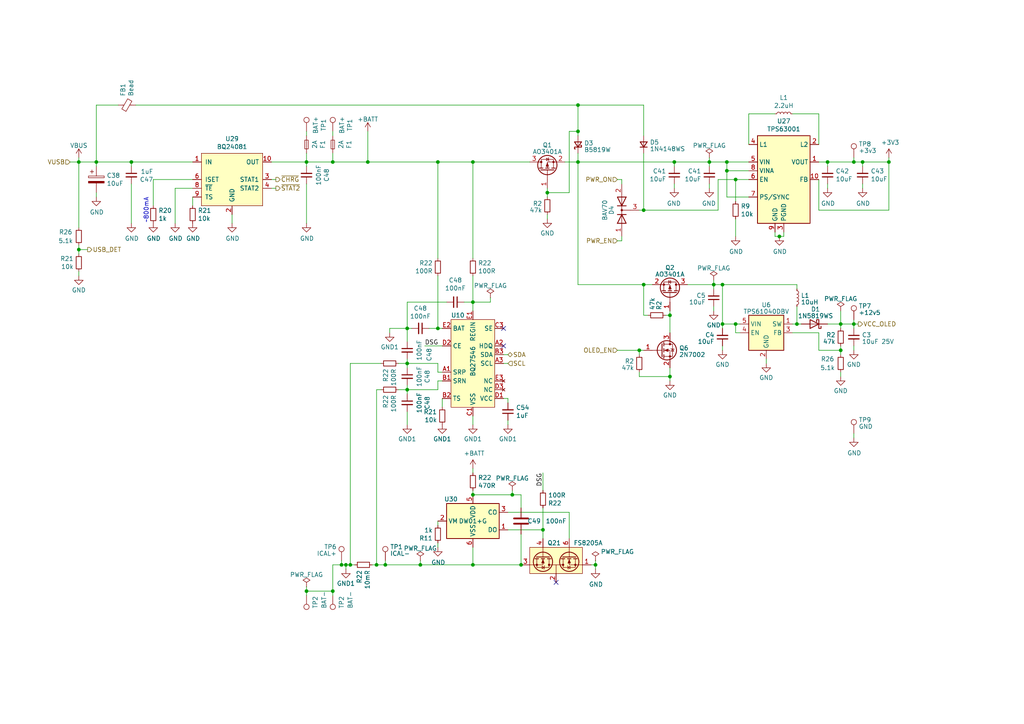
<source format=kicad_sch>
(kicad_sch (version 20230121) (generator eeschema)
  (paper "A4")
  (junction (at 148.59 143.51))
  (junction (at 101.6 163.83))
  (junction (at 137.16 87.63))
  (junction (at 106.68 46.99))
  (junction (at 99.06 163.83))
  (junction (at 100.33 163.83))
  (junction (at 167.64 30.48))
  (junction (at 151.13 163.83))
  (junction (at 195.58 46.99))
  (junction (at 88.9 46.99))
  (junction (at 207.01 82.55))
  (junction (at 157.48 153.67))
  (junction (at 250.19 46.99))
  (junction (at 194.31 109.22))
  (junction (at 88.9 171.45))
  (junction (at 194.31 91.44))
  (junction (at 247.65 46.99))
  (junction (at 118.11 113.03))
  (junction (at 167.64 46.99))
  (junction (at 210.82 46.99))
  (junction (at 209.55 82.55))
  (junction (at 226.06 68.58))
  (junction (at 137.16 163.83))
  (junction (at 257.81 46.99))
  (junction (at 118.11 95.25))
  (junction (at 247.65 93.98))
  (junction (at 210.82 49.53))
  (junction (at 172.72 163.83))
  (junction (at 38.1 46.99))
  (junction (at 243.84 93.98))
  (junction (at 121.92 163.83))
  (junction (at 109.22 163.83))
  (junction (at 186.69 82.55))
  (junction (at 213.36 52.07))
  (junction (at 27.94 46.99))
  (junction (at 127 46.99))
  (junction (at 240.03 46.99))
  (junction (at 137.16 143.51))
  (junction (at 213.36 93.98))
  (junction (at 111.76 163.83))
  (junction (at 205.74 46.99))
  (junction (at 231.14 93.98))
  (junction (at 22.86 72.39))
  (junction (at 22.86 46.99))
  (junction (at 167.64 38.1))
  (junction (at 209.55 93.98))
  (junction (at 186.69 60.96))
  (junction (at 158.75 55.88))
  (junction (at 96.52 171.45))
  (junction (at 137.16 46.99))
  (junction (at 185.42 101.6))
  (junction (at 243.84 101.6))
  (junction (at 127 95.25))
  (junction (at 96.52 46.99))
  (junction (at 118.11 105.41))
  (no_connect (at 146.05 100.33))
  (no_connect (at 146.05 95.25))
  (no_connect (at 161.29 168.91))
  (wire (pts (xy 158.75 54.61) (xy 158.75 55.88)))
  (wire (pts (xy 243.84 101.6) (xy 243.84 102.87)))
  (wire (pts (xy 250.19 54.61) (xy 250.19 53.34)))
  (wire (pts (xy 195.58 46.99) (xy 195.58 48.26)))
  (wire (pts (xy 247.65 92.71) (xy 247.65 93.98)))
  (wire (pts (xy 167.64 46.99) (xy 195.58 46.99)))
  (wire (pts (xy 257.81 60.96) (xy 257.81 46.99)))
  (wire (pts (xy 27.94 30.48) (xy 34.29 30.48)))
  (wire (pts (xy 27.94 46.99) (xy 38.1 46.99)))
  (wire (pts (xy 208.28 52.07) (xy 208.28 60.96)))
  (wire (pts (xy 118.11 95.25) (xy 113.03 95.25)))
  (wire (pts (xy 124.46 95.25) (xy 127 95.25)))
  (wire (pts (xy 217.17 33.02) (xy 217.17 41.91)))
  (wire (pts (xy 50.8 64.77) (xy 50.8 54.61)))
  (wire (pts (xy 210.82 49.53) (xy 210.82 57.15)))
  (wire (pts (xy 147.32 153.67) (xy 157.48 153.67)))
  (wire (pts (xy 207.01 82.55) (xy 209.55 82.55)))
  (wire (pts (xy 172.72 163.83) (xy 171.45 163.83)))
  (wire (pts (xy 22.86 45.72) (xy 22.86 46.99)))
  (wire (pts (xy 222.25 104.14) (xy 222.25 105.41)))
  (wire (pts (xy 88.9 64.77) (xy 88.9 53.34)))
  (wire (pts (xy 100.33 163.83) (xy 100.33 165.1)))
  (wire (pts (xy 96.52 44.45) (xy 96.52 46.99)))
  (wire (pts (xy 167.64 30.48) (xy 186.69 30.48)))
  (wire (pts (xy 247.65 45.72) (xy 247.65 46.99)))
  (wire (pts (xy 186.69 60.96) (xy 208.28 60.96)))
  (wire (pts (xy 247.65 93.98) (xy 248.92 93.98)))
  (wire (pts (xy 167.64 38.1) (xy 167.64 39.37)))
  (wire (pts (xy 179.07 101.6) (xy 185.42 101.6)))
  (wire (pts (xy 185.42 60.96) (xy 186.69 60.96)))
  (wire (pts (xy 127 46.99) (xy 127 74.93)))
  (wire (pts (xy 129.54 87.63) (xy 118.11 87.63)))
  (wire (pts (xy 237.49 96.52) (xy 229.87 96.52)))
  (wire (pts (xy 113.03 95.25) (xy 113.03 96.52)))
  (wire (pts (xy 167.64 46.99) (xy 167.64 44.45)))
  (wire (pts (xy 193.04 91.44) (xy 194.31 91.44)))
  (wire (pts (xy 237.49 52.07) (xy 237.49 60.96)))
  (wire (pts (xy 22.86 72.39) (xy 25.4 72.39)))
  (wire (pts (xy 194.31 91.44) (xy 194.31 90.17)))
  (wire (pts (xy 210.82 46.99) (xy 210.82 49.53)))
  (wire (pts (xy 227.33 68.58) (xy 226.06 68.58)))
  (wire (pts (xy 118.11 119.38) (xy 118.11 123.19)))
  (wire (pts (xy 147.32 123.19) (xy 147.32 121.92)))
  (wire (pts (xy 99.06 162.56) (xy 99.06 163.83)))
  (wire (pts (xy 101.6 105.41) (xy 110.49 105.41)))
  (wire (pts (xy 172.72 165.1) (xy 172.72 163.83)))
  (wire (pts (xy 158.75 55.88) (xy 158.75 57.15)))
  (wire (pts (xy 38.1 46.99) (xy 55.88 46.99)))
  (wire (pts (xy 137.16 143.51) (xy 148.59 143.51)))
  (wire (pts (xy 148.59 142.24) (xy 148.59 143.51)))
  (wire (pts (xy 115.57 105.41) (xy 118.11 105.41)))
  (wire (pts (xy 39.37 30.48) (xy 167.64 30.48)))
  (wire (pts (xy 195.58 46.99) (xy 205.74 46.99)))
  (wire (pts (xy 247.65 125.73) (xy 247.65 127)))
  (wire (pts (xy 127 110.49) (xy 128.27 110.49)))
  (wire (pts (xy 180.34 69.85) (xy 180.34 68.58)))
  (wire (pts (xy 165.1 148.59) (xy 165.1 156.21)))
  (wire (pts (xy 214.63 96.52) (xy 213.36 96.52)))
  (wire (pts (xy 96.52 38.1) (xy 96.52 39.37)))
  (wire (pts (xy 186.69 91.44) (xy 186.69 82.55)))
  (wire (pts (xy 127 113.03) (xy 127 110.49)))
  (wire (pts (xy 209.55 93.98) (xy 209.55 95.25)))
  (wire (pts (xy 187.96 91.44) (xy 186.69 91.44)))
  (wire (pts (xy 243.84 101.6) (xy 237.49 101.6)))
  (wire (pts (xy 151.13 143.51) (xy 151.13 147.32)))
  (wire (pts (xy 213.36 93.98) (xy 209.55 93.98)))
  (wire (pts (xy 208.28 52.07) (xy 213.36 52.07)))
  (wire (pts (xy 146.05 102.87) (xy 147.32 102.87)))
  (wire (pts (xy 257.81 45.72) (xy 257.81 46.99)))
  (wire (pts (xy 229.87 33.02) (xy 237.49 33.02)))
  (wire (pts (xy 186.69 82.55) (xy 189.23 82.55)))
  (wire (pts (xy 165.1 55.88) (xy 165.1 38.1)))
  (wire (pts (xy 247.65 93.98) (xy 247.65 95.25)))
  (wire (pts (xy 231.14 82.55) (xy 209.55 82.55)))
  (wire (pts (xy 127 157.48) (xy 127 158.75)))
  (wire (pts (xy 44.45 52.07) (xy 55.88 52.07)))
  (wire (pts (xy 210.82 46.99) (xy 217.17 46.99)))
  (wire (pts (xy 22.86 46.99) (xy 27.94 46.99)))
  (wire (pts (xy 240.03 93.98) (xy 243.84 93.98)))
  (wire (pts (xy 96.52 172.72) (xy 96.52 171.45)))
  (wire (pts (xy 172.72 162.56) (xy 172.72 163.83)))
  (wire (pts (xy 210.82 49.53) (xy 217.17 49.53)))
  (wire (pts (xy 88.9 46.99) (xy 96.52 46.99)))
  (wire (pts (xy 118.11 113.03) (xy 118.11 114.3)))
  (wire (pts (xy 237.49 33.02) (xy 237.49 41.91)))
  (wire (pts (xy 128.27 115.57) (xy 128.27 118.11)))
  (wire (pts (xy 123.19 100.33) (xy 128.27 100.33)))
  (wire (pts (xy 88.9 170.18) (xy 88.9 171.45)))
  (wire (pts (xy 237.49 46.99) (xy 240.03 46.99)))
  (wire (pts (xy 118.11 105.41) (xy 127 105.41)))
  (wire (pts (xy 146.05 115.57) (xy 147.32 115.57)))
  (wire (pts (xy 134.62 87.63) (xy 137.16 87.63)))
  (wire (pts (xy 158.75 55.88) (xy 165.1 55.88)))
  (wire (pts (xy 186.69 30.48) (xy 186.69 39.37)))
  (wire (pts (xy 121.92 162.56) (xy 121.92 163.83)))
  (wire (pts (xy 227.33 67.31) (xy 227.33 68.58)))
  (wire (pts (xy 210.82 57.15) (xy 217.17 57.15)))
  (wire (pts (xy 213.36 68.58) (xy 213.36 63.5)))
  (wire (pts (xy 148.59 143.51) (xy 151.13 143.51)))
  (wire (pts (xy 151.13 154.94) (xy 151.13 163.83)))
  (wire (pts (xy 185.42 101.6) (xy 185.42 102.87)))
  (wire (pts (xy 118.11 104.14) (xy 118.11 105.41)))
  (wire (pts (xy 240.03 48.26) (xy 240.03 46.99)))
  (wire (pts (xy 118.11 87.63) (xy 118.11 95.25)))
  (wire (pts (xy 205.74 46.99) (xy 205.74 48.26)))
  (wire (pts (xy 100.33 163.83) (xy 101.6 163.83)))
  (wire (pts (xy 88.9 171.45) (xy 96.52 171.45)))
  (wire (pts (xy 142.24 86.36) (xy 142.24 87.63)))
  (wire (pts (xy 78.74 54.61) (xy 80.01 54.61)))
  (wire (pts (xy 106.68 38.1) (xy 106.68 46.99)))
  (wire (pts (xy 207.01 88.9) (xy 207.01 90.17)))
  (wire (pts (xy 180.34 52.07) (xy 180.34 53.34)))
  (wire (pts (xy 243.84 93.98) (xy 247.65 93.98)))
  (wire (pts (xy 127 95.25) (xy 128.27 95.25)))
  (wire (pts (xy 99.06 163.83) (xy 100.33 163.83)))
  (wire (pts (xy 55.88 59.69) (xy 55.88 57.15)))
  (wire (pts (xy 207.01 81.28) (xy 207.01 82.55)))
  (wire (pts (xy 243.84 90.17) (xy 243.84 93.98)))
  (wire (pts (xy 111.76 162.56) (xy 111.76 163.83)))
  (wire (pts (xy 96.52 163.83) (xy 96.52 171.45)))
  (wire (pts (xy 22.86 71.12) (xy 22.86 72.39)))
  (wire (pts (xy 27.94 30.48) (xy 27.94 46.99)))
  (wire (pts (xy 179.07 52.07) (xy 180.34 52.07)))
  (wire (pts (xy 237.49 60.96) (xy 257.81 60.96)))
  (wire (pts (xy 243.84 107.95) (xy 243.84 109.22)))
  (wire (pts (xy 146.05 105.41) (xy 147.32 105.41)))
  (wire (pts (xy 101.6 105.41) (xy 101.6 163.83)))
  (wire (pts (xy 137.16 135.89) (xy 137.16 137.16)))
  (wire (pts (xy 137.16 163.83) (xy 137.16 158.75)))
  (wire (pts (xy 165.1 38.1) (xy 167.64 38.1)))
  (wire (pts (xy 151.13 163.83) (xy 137.16 163.83)))
  (wire (pts (xy 118.11 105.41) (xy 118.11 106.68)))
  (wire (pts (xy 127 107.95) (xy 127 105.41)))
  (wire (pts (xy 44.45 52.07) (xy 44.45 59.69)))
  (wire (pts (xy 158.75 62.23) (xy 158.75 63.5)))
  (wire (pts (xy 194.31 109.22) (xy 194.31 110.49)))
  (wire (pts (xy 96.52 46.99) (xy 106.68 46.99)))
  (wire (pts (xy 179.07 69.85) (xy 180.34 69.85)))
  (wire (pts (xy 209.55 82.55) (xy 209.55 93.98)))
  (wire (pts (xy 247.65 100.33) (xy 247.65 101.6)))
  (wire (pts (xy 257.81 46.99) (xy 250.19 46.99)))
  (wire (pts (xy 199.39 82.55) (xy 207.01 82.55)))
  (wire (pts (xy 121.92 163.83) (xy 137.16 163.83)))
  (wire (pts (xy 110.49 113.03) (xy 109.22 113.03)))
  (wire (pts (xy 88.9 44.45) (xy 88.9 46.99)))
  (wire (pts (xy 157.48 137.16) (xy 157.48 142.24)))
  (wire (pts (xy 38.1 48.26) (xy 38.1 46.99)))
  (wire (pts (xy 243.84 100.33) (xy 243.84 101.6)))
  (wire (pts (xy 109.22 163.83) (xy 111.76 163.83)))
  (wire (pts (xy 231.14 88.9) (xy 231.14 93.98)))
  (wire (pts (xy 237.49 101.6) (xy 237.49 96.52)))
  (wire (pts (xy 88.9 46.99) (xy 88.9 48.26)))
  (wire (pts (xy 185.42 101.6) (xy 186.69 101.6)))
  (wire (pts (xy 78.74 52.07) (xy 80.01 52.07)))
  (wire (pts (xy 20.32 46.99) (xy 22.86 46.99)))
  (wire (pts (xy 115.57 113.03) (xy 118.11 113.03)))
  (wire (pts (xy 22.86 72.39) (xy 22.86 73.66)))
  (wire (pts (xy 118.11 95.25) (xy 118.11 99.06)))
  (wire (pts (xy 27.94 46.99) (xy 27.94 48.26)))
  (wire (pts (xy 78.74 46.99) (xy 88.9 46.99)))
  (wire (pts (xy 186.69 44.45) (xy 186.69 60.96)))
  (wire (pts (xy 22.86 78.74) (xy 22.86 80.01)))
  (wire (pts (xy 194.31 109.22) (xy 185.42 109.22)))
  (wire (pts (xy 38.1 53.34) (xy 38.1 64.77)))
  (wire (pts (xy 157.48 153.67) (xy 157.48 156.21)))
  (wire (pts (xy 88.9 172.72) (xy 88.9 171.45)))
  (wire (pts (xy 127 80.01) (xy 127 95.25)))
  (wire (pts (xy 185.42 109.22) (xy 185.42 107.95)))
  (wire (pts (xy 111.76 163.83) (xy 121.92 163.83)))
  (wire (pts (xy 247.65 46.99) (xy 250.19 46.99)))
  (wire (pts (xy 163.83 46.99) (xy 167.64 46.99)))
  (wire (pts (xy 231.14 93.98) (xy 232.41 93.98)))
  (wire (pts (xy 224.79 67.31) (xy 224.79 68.58)))
  (wire (pts (xy 231.14 83.82) (xy 231.14 82.55)))
  (wire (pts (xy 118.11 95.25) (xy 119.38 95.25)))
  (wire (pts (xy 101.6 163.83) (xy 102.87 163.83)))
  (wire (pts (xy 137.16 120.65) (xy 137.16 123.19)))
  (wire (pts (xy 205.74 45.72) (xy 205.74 46.99)))
  (wire (pts (xy 88.9 38.1) (xy 88.9 39.37)))
  (wire (pts (xy 240.03 54.61) (xy 240.03 53.34)))
  (wire (pts (xy 194.31 91.44) (xy 194.31 96.52)))
  (wire (pts (xy 213.36 52.07) (xy 213.36 58.42)))
  (wire (pts (xy 137.16 142.24) (xy 137.16 143.51)))
  (wire (pts (xy 167.64 30.48) (xy 167.64 38.1)))
  (wire (pts (xy 147.32 115.57) (xy 147.32 116.84)))
  (wire (pts (xy 137.16 87.63) (xy 137.16 90.17)))
  (wire (pts (xy 127 151.13) (xy 127 152.4)))
  (wire (pts (xy 167.64 82.55) (xy 186.69 82.55)))
  (wire (pts (xy 118.11 113.03) (xy 127 113.03)))
  (wire (pts (xy 96.52 163.83) (xy 99.06 163.83)))
  (wire (pts (xy 147.32 148.59) (xy 165.1 148.59)))
  (wire (pts (xy 250.19 46.99) (xy 250.19 48.26)))
  (wire (pts (xy 224.79 68.58) (xy 226.06 68.58)))
  (wire (pts (xy 142.24 87.63) (xy 137.16 87.63)))
  (wire (pts (xy 106.68 46.99) (xy 127 46.99)))
  (wire (pts (xy 205.74 54.61) (xy 205.74 53.34)))
  (wire (pts (xy 137.16 46.99) (xy 137.16 74.93)))
  (wire (pts (xy 118.11 113.03) (xy 118.11 111.76)))
  (wire (pts (xy 137.16 80.01) (xy 137.16 87.63)))
  (wire (pts (xy 27.94 57.15) (xy 27.94 55.88)))
  (wire (pts (xy 213.36 93.98) (xy 214.63 93.98)))
  (wire (pts (xy 229.87 93.98) (xy 231.14 93.98)))
  (wire (pts (xy 195.58 54.61) (xy 195.58 53.34)))
  (wire (pts (xy 167.64 82.55) (xy 167.64 46.99)))
  (wire (pts (xy 194.31 106.68) (xy 194.31 109.22)))
  (wire (pts (xy 67.31 62.23) (xy 67.31 64.77)))
  (wire (pts (xy 137.16 46.99) (xy 153.67 46.99)))
  (wire (pts (xy 207.01 83.82) (xy 207.01 82.55)))
  (wire (pts (xy 240.03 46.99) (xy 247.65 46.99)))
  (wire (pts (xy 213.36 96.52) (xy 213.36 93.98)))
  (wire (pts (xy 109.22 113.03) (xy 109.22 163.83)))
  (wire (pts (xy 157.48 147.32) (xy 157.48 153.67)))
  (wire (pts (xy 22.86 46.99) (xy 22.86 66.04)))
  (wire (pts (xy 109.22 163.83) (xy 107.95 163.83)))
  (wire (pts (xy 128.27 107.95) (xy 127 107.95)))
  (wire (pts (xy 205.74 46.99) (xy 210.82 46.99)))
  (wire (pts (xy 127 46.99) (xy 137.16 46.99)))
  (wire (pts (xy 224.79 33.02) (xy 217.17 33.02)))
  (wire (pts (xy 209.55 100.33) (xy 209.55 101.6)))
  (wire (pts (xy 213.36 52.07) (xy 217.17 52.07)))
  (wire (pts (xy 50.8 54.61) (xy 55.88 54.61)))
  (wire (pts (xy 243.84 93.98) (xy 243.84 95.25)))
  (text "~800mA" (at 43.18 64.77 90) (effects (font (size 1.27 1.27)) (justify left bottom)))
  (label "DSG" (at 157.48 137.16 270))
  (label "DSG" (at 123.19 100.33 0))
  (hierarchical_label "USB_DET" (shape output) (at 25.4 72.39 0))
  (hierarchical_label "~{CHRG}" (shape output) (at 80.01 52.07 0))
  (hierarchical_label "SCL" (shape input) (at 147.32 105.41 0))
  (hierarchical_label "VUSB" (shape input) (at 20.32 46.99 180))
  (hierarchical_label "VCC_OLED" (shape output) (at 248.92 93.98 0))
  (hierarchical_label "PWR_EN" (shape input) (at 179.07 69.85 180))
  (hierarchical_label "PWR_ON" (shape input) (at 179.07 52.07 180))
  (hierarchical_label "OLED_EN" (shape input) (at 179.07 101.6 180))
  (hierarchical_label "~{STAT2}" (shape output) (at 80.01 54.61 0))
  (hierarchical_label "SDA" (shape bidirectional) (at 147.32 102.87 0))
  (symbol (lib_id "Transistor_FET:AO3401A") (at 158.75 49.53 90) (unit 1)
    (property "Reference" "Q1" (at 158.75 42.0751 90))
    (property "Value" "AO3401A" (at 158.75 43.9961 90))
    (property "Footprint" "Package_TO_SOT_SMD:SOT-23" (effects hide))
    (property "Datasheet" "http://www.aosmd.com/pdfs/datasheet/AO3401A.pdf" (effects hide))
    (property "LCSC" "C15127" (effects hide))
  )
  (symbol (lib_id "Transistor_FET_Dual:FS8205") (at 161.29 163.83 180) (unit 1)
    (property "Reference" "Q21" (at 158.75 157.48 0) (effects (justify right)))
    (property "Value" "FS8205A" (at 166.37 157.48 0) (effects (justify right)))
    (property "Footprint" "Package_TO_SOT_SMD:SOT-23-6" (effects hide))
    (property "Datasheet" "https://datasheet.lcsc.com/szlcsc/Fortune-Semicon-FS8205_C32254.pdf" (effects hide))
    (property "LCSC" "C2830320" (effects hide))
    (instances (project "rgb-led-nametag-48x16" (path "" (reference "Q21") (unit 1))) (project "oled-nametag" (path "" (reference "Q3") (unit 1))))
  )
  (symbol (lib_id "Device:R_Small") (at 190.5 91.44 270) (unit 1)
    (property "Reference" "R2" (at 191.1437 89.9414 0) (effects (justify right)))
    (property "Value" "47k" (at 189.2227 89.9414 0) (effects (justify right)))
    (property "Footprint" "Resistor_SMD:R_0402_1005Metric" (effects hide))
    (property "LCSC" "C25792" (effects hide))
    (instances (project "oled-nametag" (path "" (reference "R2") (unit 1)) (path "" (reference "R4") (unit 1)) (path "" (reference "R11") (unit 1))))
  )
  (symbol (lib_id "Device:C_Polarized") (at 27.94 52.07 0) (unit 1)
    (property "Reference" "C38" (at 30.9372 50.9016 0) (effects (justify left)))
    (property "Value" "10uF" (at 30.9372 53.213 0) (effects (justify left)))
    (property "Footprint" "Capacitor_Tantalum_SMD:CP_EIA-3216-10_Kemet-I" (effects hide))
    (property "LCSC" "C7171" (effects hide))
    (instances (project "rgb-led-nametag-48x16" (path "" (reference "C38") (unit 1))) (project "oled-nametag" (path "" (reference "C33") (unit 1))))
  )
  (symbol (lib_id "Device:R_Small") (at 243.84 97.79 0) (unit 1)
    (property "Reference" "R2" (at 242.3414 97.1463 0) (effects (justify right)))
    (property "Value" "47k" (at 242.3414 99.0673 0) (effects (justify right)))
    (property "Footprint" "Resistor_SMD:R_0402_1005Metric" (effects hide))
    (property "LCSC" "C25792" (effects hide))
    (instances (project "oled-nametag" (path "" (reference "R2") (unit 1)) (path "" (reference "R4") (unit 1)) (path "" (reference "R4") (unit 1))))
  )
  (symbol (lib_id "Connector:TestPoint") (at 247.65 92.71 0) (unit 1) (in_bom no)
    (property "Reference" "TP7" (at 249.047 88.7643 0) (effects (justify left)))
    (property "Value" "+12v5" (at 249.047 90.6853 0) (effects (justify left)))
    (property "Footprint" "TestPoint:TestPoint_Pad_1.0x1.0mm" (effects hide))
  )
  (symbol (lib_id "Device:D_Schottky_Small") (at 167.64 41.91 90) (unit 1)
    (property "Reference" "D3" (at 169.418 41.5203 90) (effects (justify right)))
    (property "Value" "B5819W" (at 169.418 43.4413 90) (effects (justify right)))
    (property "Footprint" "Diode_SMD:D_SOD-123" (effects hide))
    (property "LCSC" "C8598" (effects hide))
  )
  (symbol (lib_id "Device:R_Small") (at 243.84 105.41 0) (mirror x) (unit 1)
    (property "Reference" "R26" (at 240.03 104.14 0))
    (property "Value" "5.1k" (at 240.03 106.68 0))
    (property "Footprint" "Resistor_SMD:R_0402_1005Metric" (effects hide))
    (property "LCSC" "C25905" (effects hide))
    (instances (project "rgb-led-nametag-48x16" (path "" (reference "R26") (unit 1))) (project "oled-nametag" (path "" (reference "R3") (unit 1)) (path "" (reference "R5") (unit 1)) (path "" (reference "R5") (unit 1))))
  )
  (symbol (lib_id "power:GND") (at 195.58 54.61 0) (mirror y) (unit 1)
    (property "Reference" "#PWR0188" (effects hide))
    (property "Value" "GND" (at 195.453 59.0042 0))
    (instances (project "rgb-led-nametag-48x16" (path "" (reference "#PWR0188") (unit 1))) (project "oled-nametag" (path "" (reference "#PWR079") (unit 1))))
  )
  (symbol (lib_id "power:GND1") (at 128.27 123.19 0) (unit 1)
    (property "Reference" "#PWR035" (effects hide))
    (property "Value" "GND1" (at 128.27 127.3255 0))
  )
  (symbol (lib_id "power:VBUS") (at 22.86 45.72 0) (unit 1)
    (property "Reference" "#PWR076" (effects hide))
    (property "Value" "VBUS" (at 22.86 42.2181 0))
  )
  (symbol (lib_id "power:GND1") (at 113.03 96.52 0) (unit 1)
    (property "Reference" "#PWR062" (effects hide))
    (property "Value" "GND1" (at 113.03 100.6555 0))
  )
  (symbol (lib_id "power:GND1") (at 137.16 123.19 0) (unit 1)
    (property "Reference" "#PWR045" (effects hide))
    (property "Value" "GND1" (at 137.16 127.3255 0))
  )
  (symbol (lib_id "Device:R_Small") (at 105.41 163.83 90) (mirror x) (unit 1)
    (property "Reference" "R22" (at 104.2416 165.3286 0) (effects (justify left)))
    (property "Value" "10mR" (at 106.553 165.3286 0) (effects (justify left)))
    (property "Footprint" "Resistor_SMD:R_0805_2012Metric" (effects hide))
    (property "LCSC" "C5185583" (effects hide))
    (instances (project "rgb-led-nametag-48x16" (path "" (reference "R22") (unit 1))) (project "oled-nametag" (path "" (reference "R26") (unit 1))))
  )
  (symbol (lib_id "Device:C_Small") (at 195.58 50.8 0) (mirror x) (unit 1)
    (property "Reference" "C41" (at 193.2432 49.6316 0) (effects (justify right)))
    (property "Value" "10uF" (at 193.2432 51.943 0) (effects (justify right)))
    (property "Footprint" "Capacitor_SMD:C_0402_1005Metric" (effects hide))
    (property "LCSC" "C15525" (effects hide))
    (instances (project "rgb-led-nametag-48x16" (path "" (reference "C41") (unit 1))) (project "oled-nametag" (path "" (reference "C32") (unit 1))))
  )
  (symbol (lib_id "power:GND") (at 250.19 54.61 0) (unit 1)
    (property "Reference" "#PWR0191" (effects hide))
    (property "Value" "GND" (at 250.317 59.0042 0))
    (instances (project "rgb-led-nametag-48x16" (path "" (reference "#PWR0191") (unit 1))) (project "oled-nametag" (path "" (reference "#PWR064") (unit 1))))
  )
  (symbol (lib_id "Transistor_FET:AO3401A") (at 194.31 85.09 270) (mirror x) (unit 1)
    (property "Reference" "Q2" (at 194.31 77.6351 90))
    (property "Value" "AO3401A" (at 194.31 79.5561 90))
    (property "Footprint" "Package_TO_SOT_SMD:SOT-23" (effects hide))
    (property "Datasheet" "http://www.aosmd.com/pdfs/datasheet/AO3401A.pdf" (effects hide))
    (property "LCSC" "C15127" (effects hide))
  )
  (symbol (lib_id "power:+BATT") (at 137.16 135.89 0) (unit 1)
    (property "Reference" "#PWR0213" (effects hide))
    (property "Value" "+BATT" (at 137.541 131.4958 0))
    (instances (project "rgb-led-nametag-48x16" (path "" (reference "#PWR0213") (unit 1))) (project "oled-nametag" (path "" (reference "#PWR048") (unit 1))))
  )
  (symbol (lib_id "Device:R_Small") (at 22.86 76.2 0) (unit 1)
    (property "Reference" "R21" (at 21.3614 75.0316 0) (effects (justify right)))
    (property "Value" "10k" (at 21.3614 77.343 0) (effects (justify right)))
    (property "Footprint" "Resistor_SMD:R_0402_1005Metric" (effects hide))
    (property "LCSC" "C25744" (effects hide))
    (instances (project "rgb-led-nametag-48x16" (path "" (reference "R21") (unit 1))) (project "oled-nametag" (path "" (reference "R30") (unit 1))))
  )
  (symbol (lib_id "Device:R_Small") (at 137.16 77.47 0) (unit 1)
    (property "Reference" "R22" (at 138.6586 76.3016 0) (effects (justify left)))
    (property "Value" "100R" (at 138.6586 78.613 0) (effects (justify left)))
    (property "Footprint" "Resistor_SMD:R_0402_1005Metric" (effects hide))
    (property "LCSC" "C25076" (effects hide))
  )
  (symbol (lib_id "power:PWR_FLAG") (at 205.74 45.72 0) (unit 1)
    (property "Reference" "#FLG05" (effects hide))
    (property "Value" "PWR_FLAG" (at 205.74 42.2181 0))
  )
  (symbol (lib_id "Device:C_Small") (at 209.55 97.79 0) (mirror x) (unit 1)
    (property "Reference" "C4" (at 207.2259 97.1399 0) (effects (justify right)))
    (property "Value" "10uF" (at 207.2259 99.0609 0) (effects (justify right)))
    (property "Footprint" "Capacitor_SMD:C_0402_1005Metric" (effects hide))
    (property "LCSC" "C15525" (effects hide))
    (instances (project "oled-nametag" (path "" (reference "C4") (unit 1)) (path "" (reference "C5") (unit 1)) (path "" (reference "C5") (unit 1))))
  )
  (symbol (lib_id "Regulator_Switching:TPS63001") (at 227.33 52.07 0) (unit 1)
    (property "Reference" "U27" (at 227.33 35.1282 0))
    (property "Value" "TPS63001" (at 227.33 37.4396 0))
    (property "Footprint" "Package_Texas:Texas_DRC0010J_ThermalVias.3" (effects hide))
    (property "Datasheet" "http://www.ti.com/lit/ds/symlink/tps63000.pdf" (effects hide))
    (property "LCSC" "C28060" (effects hide))
    (instances (project "rgb-led-nametag-48x16" (path "" (reference "U27") (unit 1))) (project "oled-nametag" (path "" (reference "U11") (unit 1))))
  )
  (symbol (lib_id "power:GND") (at 158.75 63.5 0) (unit 1)
    (property "Reference" "#PWR072" (effects hide))
    (property "Value" "GND" (at 158.75 67.6355 0))
  )
  (symbol (lib_id "Device:C_Small") (at 205.74 50.8 0) (mirror x) (unit 1)
    (property "Reference" "C41" (at 203.4032 49.6316 0) (effects (justify right)))
    (property "Value" "10uF" (at 203.4032 51.943 0) (effects (justify right)))
    (property "Footprint" "Capacitor_SMD:C_0402_1005Metric" (effects hide))
    (property "LCSC" "C15525" (effects hide))
    (instances (project "rgb-led-nametag-48x16" (path "" (reference "C41") (unit 1))) (project "oled-nametag" (path "" (reference "C28") (unit 1))))
  )
  (symbol (lib_id "Device:R_Small") (at 113.03 113.03 90) (mirror x) (unit 1)
    (property "Reference" "R22" (at 111.8616 114.5286 0) (effects (justify left)))
    (property "Value" "100R" (at 114.173 114.5286 0) (effects (justify left)))
    (property "Footprint" "Resistor_SMD:R_0402_1005Metric" (effects hide))
    (property "LCSC" "C25076" (effects hide))
    (instances (project "rgb-led-nametag-48x16" (path "" (reference "R22") (unit 1))) (project "oled-nametag" (path "" (reference "R24") (unit 1))))
  )
  (symbol (lib_id "Device:R_Small") (at 137.16 139.7 0) (unit 1)
    (property "Reference" "R22" (at 138.6586 138.5316 0) (effects (justify left)))
    (property "Value" "470R" (at 138.6586 140.843 0) (effects (justify left)))
    (property "Footprint" "Resistor_SMD:R_0402_1005Metric" (effects hide))
    (property "LCSC" "C25117" (effects hide))
    (instances (project "rgb-led-nametag-48x16" (path "" (reference "R22") (unit 1))) (project "oled-nametag" (path "" (reference "R13") (unit 1))))
  )
  (symbol (lib_id "Device:D_Small") (at 186.69 41.91 90) (unit 1)
    (property "Reference" "D5" (at 188.468 41.2663 90) (effects (justify right)))
    (property "Value" "1N4148WS" (at 188.468 43.1873 90) (effects (justify right)))
    (property "Footprint" "Diode_SMD:D_SOD-323" (effects hide))
    (property "LCSC" "C2128" (effects hide))
    (property "Sim.Device" "D" (effects hide))
    (property "Sim.Pins" "1=K 2=A" (effects hide))
  )
  (symbol (lib_id "Device:C_Small") (at 132.08 87.63 270) (unit 1)
    (property "Reference" "C48" (at 132.08 81.28 90))
    (property "Value" "100nF" (at 132.08 83.5914 90))
    (property "Footprint" "Capacitor_SMD:C_0402_1005Metric" (effects hide))
    (property "LCSC" "C1525" (effects hide))
    (instances (project "rgb-led-nametag-48x16" (path "" (reference "C48") (unit 1))) (project "oled-nametag" (path "" (reference "C34") (unit 1))))
  )
  (symbol (lib_id "power:+BATT") (at 106.68 38.1 0) (unit 1)
    (property "Reference" "#PWR051" (effects hide))
    (property "Value" "+BATT" (at 106.68 34.5981 0))
  )
  (symbol (lib_id "Diode:BAV70") (at 180.34 60.96 90) (unit 1)
    (property "Reference" "D4" (at 177.3475 60.96 0))
    (property "Value" "BAV70" (at 175.4265 60.96 0))
    (property "Footprint" "Package_TO_SOT_SMD:SOT-23" (effects hide))
    (property "Datasheet" "https://assets.nexperia.com/documents/data-sheet/BAV70_SER.pdf" (effects hide))
    (property "LCSC" "C68978" (effects hide))
  )
  (symbol (lib_id "power:PWR_FLAG") (at 207.01 81.28 0) (unit 1)
    (property "Reference" "#FLG04" (effects hide))
    (property "Value" "PWR_FLAG" (at 207.01 77.7781 0))
  )
  (symbol (lib_id "Device:C_Small") (at 118.11 109.22 0) (mirror y) (unit 1)
    (property "Reference" "C48" (at 123.9266 109.22 90))
    (property "Value" "100nF" (at 121.6152 109.22 90))
    (property "Footprint" "Capacitor_SMD:C_0402_1005Metric" (effects hide))
    (property "LCSC" "C1525" (effects hide))
    (instances (project "rgb-led-nametag-48x16" (path "" (reference "C48") (unit 1))) (project "oled-nametag" (path "" (reference "C36") (unit 1))))
  )
  (symbol (lib_id "Device:C_Small") (at 118.11 101.6 0) (mirror y) (unit 1)
    (property "Reference" "C48" (at 124.46 102.87 90))
    (property "Value" "100nF" (at 121.6152 101.6 90))
    (property "Footprint" "Capacitor_SMD:C_0402_1005Metric" (effects hide))
    (property "LCSC" "C1525" (effects hide))
    (instances (project "rgb-led-nametag-48x16" (path "" (reference "C48") (unit 1))) (project "oled-nametag" (path "" (reference "C37") (unit 1))))
  )
  (symbol (lib_id "power:PWR_FLAG") (at 148.59 142.24 0) (unit 1)
    (property "Reference" "#FLG08" (effects hide))
    (property "Value" "PWR_FLAG" (at 148.59 138.7381 0))
  )
  (symbol (lib_id "Device:C_Small") (at 207.01 86.36 0) (mirror x) (unit 1)
    (property "Reference" "C5" (at 204.6859 85.7099 0) (effects (justify right)))
    (property "Value" "10uF" (at 204.6859 87.6309 0) (effects (justify right)))
    (property "Footprint" "Capacitor_SMD:C_0402_1005Metric" (effects hide))
    (property "LCSC" "C15525" (effects hide))
    (instances (project "oled-nametag" (path "" (reference "C5") (unit 1)) (path "" (reference "C4") (unit 1)) (path "" (reference "C4") (unit 1))))
  )
  (symbol (lib_id "Device:C_Small") (at 121.92 95.25 270) (unit 1)
    (property "Reference" "C48" (at 121.92 89.4334 90))
    (property "Value" "100nF" (at 121.92 91.7448 90))
    (property "Footprint" "Capacitor_SMD:C_0402_1005Metric" (effects hide))
    (property "LCSC" "C1525" (effects hide))
    (instances (project "rgb-led-nametag-48x16" (path "" (reference "C48") (unit 1))) (project "oled-nametag" (path "" (reference "C35") (unit 1))))
  )
  (symbol (lib_id "power:GND1") (at 118.11 123.19 0) (unit 1)
    (property "Reference" "#PWR068" (effects hide))
    (property "Value" "GND1" (at 118.11 127.3255 0))
  )
  (symbol (lib_id "power:GND") (at 172.72 165.1 0) (unit 1)
    (property "Reference" "#PWR0214" (effects hide))
    (property "Value" "GND" (at 172.847 169.4942 0))
    (instances (project "rgb-led-nametag-48x16" (path "" (reference "#PWR0214") (unit 1))) (project "oled-nametag" (path "" (reference "#PWR054") (unit 1))))
  )
  (symbol (lib_id "power:GND") (at 205.74 54.61 0) (mirror y) (unit 1)
    (property "Reference" "#PWR0188" (effects hide))
    (property "Value" "GND" (at 205.613 59.0042 0))
    (instances (project "rgb-led-nametag-48x16" (path "" (reference "#PWR0188") (unit 1))) (project "oled-nametag" (path "" (reference "#PWR058") (unit 1))))
  )
  (symbol (lib_id "power:GND") (at 247.65 127 0) (unit 1)
    (property "Reference" "#PWR0191" (effects hide))
    (property "Value" "GND" (at 247.777 131.3942 0))
    (instances (project "rgb-led-nametag-48x16" (path "" (reference "#PWR0191") (unit 1))) (project "oled-nametag" (path "" (reference "#PWR084") (unit 1))))
  )
  (symbol (lib_id "power:GND") (at 44.45 64.77 0) (unit 1)
    (property "Reference" "#PWR0211" (effects hide))
    (property "Value" "GND" (at 44.577 69.1642 0))
    (instances (project "rgb-led-nametag-48x16" (path "" (reference "#PWR0211") (unit 1))) (project "oled-nametag" (path "" (reference "#PWR049") (unit 1))))
  )
  (symbol (lib_id "power:GND") (at 67.31 64.77 0) (unit 1)
    (property "Reference" "#PWR0206" (effects hide))
    (property "Value" "GND" (at 67.437 69.1642 0))
    (instances (project "rgb-led-nametag-48x16" (path "" (reference "#PWR0206") (unit 1))) (project "oled-nametag" (path "" (reference "#PWR052") (unit 1))))
  )
  (symbol (lib_id "Device:Fuse_Small") (at 88.9 41.91 270) (unit 1)
    (property "Reference" "F1" (at 93.599 41.91 0))
    (property "Value" "2A" (at 91.2876 41.91 0))
    (property "Footprint" "Resistor_SMD:R_0603_1608Metric" (effects hide))
    (property "Datasheet" "https://datasheet.lcsc.com/lcsc/1810241824_AEM-F0603FA2000V032T_C96542.pdf" (effects hide))
    (property "LCSC" "C96542" (effects hide))
    (instances (project "rgb-led-nametag-48x16" (path "" (reference "F1") (unit 1))) (project "oled-nametag" (path "" (reference "F2") (unit 1))))
  )
  (symbol (lib_id "power:PWR_FLAG") (at 121.92 162.56 0) (unit 1)
    (property "Reference" "#FLG07" (effects hide))
    (property "Value" "PWR_FLAG" (at 121.92 159.0581 0))
  )
  (symbol (lib_id "Device:R_Small") (at 158.75 59.69 0) (unit 1)
    (property "Reference" "R2" (at 157.2514 59.0463 0) (effects (justify right)))
    (property "Value" "47k" (at 157.2514 60.9673 0) (effects (justify right)))
    (property "Footprint" "Resistor_SMD:R_0402_1005Metric" (effects hide))
    (property "LCSC" "C25792" (effects hide))
    (instances (project "oled-nametag" (path "" (reference "R2") (unit 1)) (path "" (reference "R4") (unit 1)) (path "" (reference "R21") (unit 1))))
  )
  (symbol (lib_id "Connector:TestPoint") (at 96.52 172.72 180) (unit 1) (in_bom no)
    (property "Reference" "TP2" (at 99.06 176.53 90) (effects (justify right)))
    (property "Value" "BAT-" (at 101.6 176.53 90) (effects (justify right)))
    (property "Footprint" "TestPoint:TestPoint_Pad_2.0x2.0mm" (effects hide))
    (instances (project "rgb-led-nametag-48x16" (path "" (reference "TP2") (unit 1))) (project "oled-nametag" (path "" (reference "TP3") (unit 1))))
  )
  (symbol (lib_id "Connector:TestPoint") (at 96.52 38.1 0) (unit 1) (in_bom no)
    (property "Reference" "TP1" (at 101.473 36.2712 90))
    (property "Value" "BAT+" (at 99.1616 36.2712 90))
    (property "Footprint" "TestPoint:TestPoint_Pad_2.0x2.0mm" (effects hide))
    (instances (project "rgb-led-nametag-48x16" (path "" (reference "TP1") (unit 1))) (project "oled-nametag" (path "" (reference "TP4") (unit 1))))
  )
  (symbol (lib_id "Device:C_Small") (at 147.32 119.38 180) (unit 1)
    (property "Reference" "C54" (at 149.6568 118.2116 0) (effects (justify right)))
    (property "Value" "1uF" (at 149.6568 120.523 0) (effects (justify right)))
    (property "Footprint" "Capacitor_SMD:C_0402_1005Metric" (effects hide))
    (property "LCSC" "C52923" (effects hide))
    (instances (project "rgb-led-nametag-48x16" (path "" (reference "C54") (unit 1))) (project "oled-nametag" (path "" (reference "C29") (unit 1))))
  )
  (symbol (lib_id "Device:R_Small") (at 44.45 62.23 180) (unit 1)
    (property "Reference" "R20" (at 45.9486 61.0616 0) (effects (justify right)))
    (property "Value" "1k" (at 45.9486 63.373 0) (effects (justify right)))
    (property "Footprint" "Resistor_SMD:R_0402_1005Metric" (effects hide))
    (property "LCSC" "C11702" (effects hide))
    (instances (project "rgb-led-nametag-48x16" (path "" (reference "R20") (unit 1))) (project "oled-nametag" (path "" (reference "R14") (unit 1))))
  )
  (symbol (lib_id "Device:C_Small") (at 38.1 50.8 0) (unit 1)
    (property "Reference" "C47" (at 44.45 52.07 0) (effects (justify right)))
    (property "Value" "1uF" (at 44.45 49.7586 0) (effects (justify right)))
    (property "Footprint" "Capacitor_SMD:C_0402_1005Metric" (effects hide))
    (property "LCSC" "C52923" (effects hide))
    (instances (project "rgb-led-nametag-48x16" (path "" (reference "C47") (unit 1))) (project "oled-nametag" (path "" (reference "C23") (unit 1))))
  )
  (symbol (lib_id "power:+3V3") (at 257.81 45.72 0) (unit 1)
    (property "Reference" "#PWR0194" (effects hide))
    (property "Value" "+3V3" (at 258.191 41.3258 0))
    (instances (project "rgb-led-nametag-48x16" (path "" (reference "#PWR0194") (unit 1))) (project "oled-nametag" (path "" (reference "#PWR066") (unit 1))))
  )
  (symbol (lib_id "Connector:TestPoint") (at 247.65 125.73 0) (unit 1) (in_bom no)
    (property "Reference" "TP9" (at 249.047 121.7843 0) (effects (justify left)))
    (property "Value" "GND" (at 249.047 123.7053 0) (effects (justify left)))
    (property "Footprint" "TestPoint:TestPoint_Pad_1.0x1.0mm" (effects hide))
  )
  (symbol (lib_id "power:GND") (at 226.06 68.58 0) (unit 1)
    (property "Reference" "#PWR0189" (effects hide))
    (property "Value" "GND" (at 226.187 72.9742 0))
    (instances (project "rgb-led-nametag-48x16" (path "" (reference "#PWR0189") (unit 1))) (project "oled-nametag" (path "" (reference "#PWR061") (unit 1))))
  )
  (symbol (lib_id "Fuel_Gauge_TI:BQ27546") (at 137.16 104.14 0) (unit 1)
    (property "Reference" "U10" (at 130.81 91.44 0) (effects (justify left)))
    (property "Value" "BQ27546" (at 137.16 109.22 90) (effects (justify left)))
    (property "Footprint" "Package_DSBGA:DSBGA-15_BQ27546_I2C_1.95x2.6mm_P0.5mm" (effects hide))
    (property "LCSC" "C528629" (effects hide))
  )
  (symbol (lib_id "Device:R_Small") (at 128.27 120.65 0) (unit 1)
    (property "Reference" "R21" (at 126.7714 119.4816 0) (effects (justify right)))
    (property "Value" "10k" (at 126.7714 121.793 0) (effects (justify right)))
    (property "Footprint" "Resistor_SMD:R_0402_1005Metric" (effects hide))
    (property "LCSC" "C25744" (effects hide))
    (instances (project "rgb-led-nametag-48x16" (path "" (reference "R21") (unit 1))) (project "oled-nametag" (path "" (reference "R33") (unit 1))))
  )
  (symbol (lib_id "Device:L_Small") (at 227.33 33.02 90) (unit 1)
    (property "Reference" "L1" (at 227.33 28.321 90))
    (property "Value" "2.2uH" (at 227.33 30.6324 90))
    (property "Footprint" "Inductor_SMD:L_Taiyo-Yuden_MD-3030" (effects hide))
    (property "LCSC" "C43389" (effects hide))
    (instances (project "rgb-led-nametag-48x16" (path "" (reference "L1") (unit 1))) (project "oled-nametag" (path "" (reference "L3") (unit 1))))
  )
  (symbol (lib_id "power:GND") (at 27.94 57.15 0) (unit 1)
    (property "Reference" "#PWR0180" (effects hide))
    (property "Value" "GND" (at 28.067 61.5442 0))
    (instances (project "rgb-led-nametag-48x16" (path "" (reference "#PWR0180") (unit 1))) (project "oled-nametag" (path "" (reference "#PWR069") (unit 1))))
  )
  (symbol (lib_id "power:GND1") (at 100.33 165.1 0) (unit 1)
    (property "Reference" "#PWR073" (effects hide))
    (property "Value" "GND1" (at 100.33 169.2355 0))
  )
  (symbol (lib_id "power:GND") (at 243.84 109.22 0) (unit 1)
    (property "Reference" "#PWR010" (effects hide))
    (property "Value" "GND" (at 243.84 113.3555 0))
    (instances (project "oled-nametag" (path "" (reference "#PWR010") (unit 1)) (path "" (reference "#PWR018") (unit 1)) (path "" (reference "#PWR011") (unit 1))))
  )
  (symbol (lib_id "Connector:TestPoint") (at 88.9 172.72 180) (unit 1) (in_bom no)
    (property "Reference" "TP2" (at 91.44 176.53 90) (effects (justify right)))
    (property "Value" "BAT-" (at 93.98 176.53 90) (effects (justify right)))
    (property "Footprint" "TestPoint:TestPoint_Pad_2.0x2.0mm" (effects hide))
    (instances (project "rgb-led-nametag-48x16" (path "" (reference "TP2") (unit 1))) (project "oled-nametag" (path "" (reference "TP5") (unit 1))))
  )
  (symbol (lib_id "power:GND") (at 247.65 101.6 0) (unit 1)
    (property "Reference" "#PWR09" (effects hide))
    (property "Value" "GND" (at 247.65 105.7355 0))
    (instances (project "oled-nametag" (path "" (reference "#PWR09") (unit 1)) (path "" (reference "#PWR020") (unit 1)) (path "" (reference "#PWR012") (unit 1))))
  )
  (symbol (lib_id "Device:R_Small") (at 55.88 62.23 0) (mirror y) (unit 1)
    (property "Reference" "R21" (at 57.3786 61.0616 0) (effects (justify right)))
    (property "Value" "10k" (at 57.3786 63.373 0) (effects (justify right)))
    (property "Footprint" "Resistor_SMD:R_0402_1005Metric" (effects hide))
    (property "LCSC" "C25744" (effects hide))
    (instances (project "rgb-led-nametag-48x16" (path "" (reference "R21") (unit 1))) (project "oled-nametag" (path "" (reference "R15") (unit 1))))
  )
  (symbol (lib_id "Device:C") (at 151.13 151.13 180) (unit 1)
    (property "Reference" "C49" (at 154.94 151.13 0))
    (property "Value" "100nF" (at 161.29 151.13 0))
    (property "Footprint" "Capacitor_SMD:C_0402_1005Metric" (effects hide))
    (property "LCSC" "C1525" (effects hide))
    (instances (project "rgb-led-nametag-48x16" (path "" (reference "C49") (unit 1))) (project "oled-nametag" (path "" (reference "C25") (unit 1))))
  )
  (symbol (lib_id "Device:R_Small") (at 113.03 105.41 90) (mirror x) (unit 1)
    (property "Reference" "R22" (at 111.8616 106.9086 0) (effects (justify left)))
    (property "Value" "100R" (at 114.173 106.9086 0) (effects (justify left)))
    (property "Footprint" "Resistor_SMD:R_0402_1005Metric" (effects hide))
    (property "LCSC" "C25076" (effects hide))
    (instances (project "rgb-led-nametag-48x16" (path "" (reference "R22") (unit 1))) (project "oled-nametag" (path "" (reference "R25") (unit 1))))
  )
  (symbol (lib_id "power:PWR_FLAG") (at 142.24 86.36 0) (unit 1)
    (property "Reference" "#FLG03" (effects hide))
    (property "Value" "PWR_FLAG" (at 142.24 82.8581 0))
  )
  (symbol (lib_id "power:GND") (at 213.36 68.58 0) (unit 1)
    (property "Reference" "#PWR0193" (effects hide))
    (property "Value" "GND" (at 213.487 72.9742 0))
    (instances (project "rgb-led-nametag-48x16" (path "" (reference "#PWR0193") (unit 1))) (project "oled-nametag" (path "" (reference "#PWR060") (unit 1))))
  )
  (symbol (lib_id "Diode:1N5819WS") (at 236.22 93.98 180) (unit 1)
    (property "Reference" "D1" (at 236.5375 89.7001 0))
    (property "Value" "1N5819WS" (at 236.5375 91.6211 0))
    (property "Footprint" "Diode_SMD:D_SOD-323" (effects hide))
    (property "Datasheet" "https://datasheet.lcsc.com/lcsc/2204281430_Guangdong-Hottech-1N5819WS_C191023.pdf" (effects hide))
    (property "LCSC" "C191023" (effects hide))
    (instances (project "oled-nametag" (path "" (reference "D1") (unit 1)) (path "" (reference "D2") (unit 1)) (path "" (reference "D2") (unit 1))))
  )
  (symbol (lib_id "power:GND") (at 38.1 64.77 0) (unit 1)
    (property "Reference" "#PWR0209" (effects hide))
    (property "Value" "GND" (at 38.227 69.1642 0))
    (instances (project "rgb-led-nametag-48x16" (path "" (reference "#PWR0209") (unit 1))) (project "oled-nametag" (path "" (reference "#PWR046") (unit 1))))
  )
  (symbol (lib_id "power:PWR_FLAG") (at 243.84 90.17 0) (unit 1)
    (property "Reference" "#FLG09" (effects hide))
    (property "Value" "PWR_FLAG" (at 243.84 86.6681 0))
  )
  (symbol (lib_id "power:GND") (at 207.01 90.17 0) (unit 1)
    (property "Reference" "#PWR011" (effects hide))
    (property "Value" "GND" (at 207.01 94.3055 0))
    (instances (project "oled-nametag" (path "" (reference "#PWR011") (unit 1)) (path "" (reference "#PWR09") (unit 1)) (path "" (reference "#PWR06") (unit 1))))
  )
  (symbol (lib_id "Device:C_Small") (at 118.11 116.84 0) (mirror y) (unit 1)
    (property "Reference" "C48" (at 123.9266 116.84 90))
    (property "Value" "100nF" (at 121.6152 116.84 90))
    (property "Footprint" "Capacitor_SMD:C_0402_1005Metric" (effects hide))
    (property "LCSC" "C1525" (effects hide))
    (instances (project "rgb-led-nametag-48x16" (path "" (reference "C48") (unit 1))) (project "oled-nametag" (path "" (reference "C38") (unit 1))))
  )
  (symbol (lib_id "power:PWR_FLAG") (at 172.72 162.56 0) (unit 1)
    (property "Reference" "#FLG06" (effects hide))
    (property "Value" "PWR_FLAG" (at 179.07 160.02 0))
  )
  (symbol (lib_id "Transistor_FET:2N7002") (at 191.77 101.6 0) (unit 1)
    (property "Reference" "Q6" (at 196.977 100.9563 0) (effects (justify left)))
    (property "Value" "2N7002" (at 196.977 102.8773 0) (effects (justify left)))
    (property "Footprint" "Package_TO_SOT_SMD:SOT-23" (effects hide))
    (property "Datasheet" "https://www.onsemi.com/pub/Collateral/NDS7002A-D.PDF" (effects hide))
    (property "LCSC" "C8545" (effects hide))
  )
  (symbol (lib_id "power:GND") (at 240.03 54.61 0) (unit 1)
    (property "Reference" "#PWR0190" (effects hide))
    (property "Value" "GND" (at 240.157 59.0042 0))
    (instances (project "rgb-led-nametag-48x16" (path "" (reference "#PWR0190") (unit 1))) (project "oled-nametag" (path "" (reference "#PWR063") (unit 1))))
  )
  (symbol (lib_id "power:GND") (at 127 158.75 0) (unit 1)
    (property "Reference" "#PWR0215" (effects hide))
    (property "Value" "GND" (at 127.127 163.1442 0))
    (instances (project "rgb-led-nametag-48x16" (path "" (reference "#PWR0215") (unit 1))) (project "oled-nametag" (path "" (reference "#PWR044") (unit 1))))
  )
  (symbol (lib_id "power:GND") (at 22.86 80.01 0) (unit 1)
    (property "Reference" "#PWR074" (effects hide))
    (property "Value" "GND" (at 22.86 84.1455 0))
  )
  (symbol (lib_id "power:GND") (at 88.9 64.77 0) (unit 1)
    (property "Reference" "#PWR0207" (effects hide))
    (property "Value" "GND" (at 89.027 69.1642 0))
    (instances (project "rgb-led-nametag-48x16" (path "" (reference "#PWR0207") (unit 1))) (project "oled-nametag" (path "" (reference "#PWR056") (unit 1))))
  )
  (symbol (lib_id "Device:R_Small") (at 22.86 68.58 0) (mirror x) (unit 1)
    (property "Reference" "R26" (at 19.05 67.31 0))
    (property "Value" "5.1k" (at 19.05 69.85 0))
    (property "Footprint" "Resistor_SMD:R_0402_1005Metric" (effects hide))
    (property "LCSC" "C25905" (effects hide))
    (instances (project "rgb-led-nametag-48x16" (path "" (reference "R26") (unit 1))) (project "oled-nametag" (path "" (reference "R3") (unit 1)) (path "" (reference "R5") (unit 1)) (path "" (reference "R28") (unit 1))))
  )
  (symbol (lib_id "power:PWR_FLAG") (at 88.9 170.18 0) (unit 1)
    (property "Reference" "#FLG02" (effects hide))
    (property "Value" "PWR_FLAG" (at 88.9 166.6781 0))
  )
  (symbol (lib_id "power:GND") (at 209.55 101.6 0) (unit 1)
    (property "Reference" "#PWR06" (effects hide))
    (property "Value" "GND" (at 209.55 105.7355 0))
    (instances (project "oled-nametag" (path "" (reference "#PWR06") (unit 1)) (path "" (reference "#PWR012") (unit 1)) (path "" (reference "#PWR08") (unit 1))))
  )
  (symbol (lib_id "Device:C_Small") (at 88.9 50.8 180) (unit 1)
    (property "Reference" "C48" (at 94.7166 50.8 90))
    (property "Value" "100nF" (at 92.4052 50.8 90))
    (property "Footprint" "Capacitor_SMD:C_0402_1005Metric" (effects hide))
    (property "LCSC" "C1525" (effects hide))
    (instances (project "rgb-led-nametag-48x16" (path "" (reference "C48") (unit 1))) (project "oled-nametag" (path "" (reference "C27") (unit 1))))
  )
  (symbol (lib_id "Connector:TestPoint") (at 88.9 38.1 0) (unit 1) (in_bom no)
    (property "Reference" "TP1" (at 93.853 36.2712 90))
    (property "Value" "BAT+" (at 91.5416 36.2712 90))
    (property "Footprint" "TestPoint:TestPoint_Pad_2.0x2.0mm" (effects hide))
    (instances (project "rgb-led-nametag-48x16" (path "" (reference "TP1") (unit 1))) (project "oled-nametag" (path "" (reference "TP2") (unit 1))))
  )
  (symbol (lib_id "Connector:TestPoint") (at 99.06 162.56 0) (unit 1) (in_bom no)
    (property "Reference" "TP6" (at 97.663 158.6143 0) (effects (justify right)))
    (property "Value" "ICAL+" (at 97.663 160.5353 0) (effects (justify right)))
    (property "Footprint" "TestPoint:TestPoint_Pad_1.0x1.0mm" (effects hide))
  )
  (symbol (lib_id "Device:R_Small") (at 157.48 144.78 0) (mirror x) (unit 1)
    (property "Reference" "R22" (at 158.9786 145.9484 0) (effects (justify left)))
    (property "Value" "100R" (at 158.9786 143.637 0) (effects (justify left)))
    (property "Footprint" "Resistor_SMD:R_0402_1005Metric" (effects hide))
    (property "LCSC" "C25076" (effects hide))
    (instances (project "rgb-led-nametag-48x16" (path "" (reference "R22") (unit 1))) (project "oled-nametag" (path "" (reference "R32") (unit 1))))
  )
  (symbol (lib_id "Device:C_Small") (at 247.65 97.79 0) (unit 1)
    (property "Reference" "C3" (at 249.9741 97.1526 0) (effects (justify left)))
    (property "Value" "10uF 25V" (at 249.9741 99.0736 0) (effects (justify left)))
    (property "Footprint" "Capacitor_SMD:C_0603_1608Metric" (effects hide))
    (property "LCSC" "C96446" (effects hide))
    (instances (project "oled-nametag" (path "" (reference "C3") (unit 1)) (path "" (reference "C8") (unit 1)) (path "" (reference "C8") (unit 1))))
  )
  (symbol (lib_id "Device:R_Small") (at 185.42 105.41 0) (unit 1)
    (property "Reference" "R2" (at 183.9214 104.7663 0) (effects (justify right)))
    (property "Value" "47k" (at 183.9214 106.6873 0) (effects (justify right)))
    (property "Footprint" "Resistor_SMD:R_0402_1005Metric" (effects hide))
    (property "LCSC" "C25792" (effects hide))
    (instances (project "oled-nametag" (path "" (reference "R2") (unit 1)) (path "" (reference "R4") (unit 1)) (path "" (reference "R10") (unit 1))))
  )
  (symbol (lib_id "power:GND") (at 50.8 64.77 0) (unit 1)
    (property "Reference" "#PWR0210" (effects hide))
    (property "Value" "GND" (at 50.927 69.1642 0))
    (instances (project "rgb-led-nametag-48x16" (path "" (reference "#PWR0210") (unit 1))) (project "oled-nametag" (path "" (reference "#PWR080") (unit 1))))
  )
  (symbol (lib_id "Device:R_Small") (at 127 154.94 180) (unit 1)
    (property "Reference" "R11" (at 125.5014 156.1084 0) (effects (justify left)))
    (property "Value" "1k" (at 125.5014 153.797 0) (effects (justify left)))
    (property "Footprint" "Resistor_SMD:R_0402_1005Metric" (effects hide))
    (property "LCSC" "C11702" (effects hide))
    (instances (project "rgb-led-nametag-48x16" (path "" (reference "R11") (unit 1))) (project "oled-nametag" (path "" (reference "R12") (unit 1))))
  )
  (symbol (lib_id "Device:Fuse_Small") (at 96.52 41.91 270) (unit 1)
    (property "Reference" "F1" (at 101.219 41.91 0))
    (property "Value" "2A" (at 98.9076 41.91 0))
    (property "Footprint" "Resistor_SMD:R_0603_1608Metric" (effects hide))
    (property "Datasheet" "https://datasheet.lcsc.com/lcsc/1810241824_AEM-F0603FA2000V032T_C96542.pdf" (effects hide))
    (property "LCSC" "C96542" (effects hide))
    (instances (project "rgb-led-nametag-48x16" (path "" (reference "F1") (unit 1))) (project "oled-nametag" (path "" (reference "F3") (unit 1))))
  )
  (symbol (lib_id "Connector:TestPoint") (at 111.76 162.56 0) (unit 1) (in_bom no)
    (property "Reference" "TP1" (at 113.157 158.6143 0) (effects (justify left)))
    (property "Value" "ICAL-" (at 113.157 160.5353 0) (effects (justify left)))
    (property "Footprint" "TestPoint:TestPoint_Pad_1.0x1.0mm" (effects hide))
  )
  (symbol (lib_id "power:GND") (at 222.25 105.41 0) (unit 1)
    (property "Reference" "#PWR05" (effects hide))
    (property "Value" "GND" (at 222.25 109.5455 0))
    (instances (project "oled-nametag" (path "" (reference "#PWR05") (unit 1)) (path "" (reference "#PWR015") (unit 1)) (path "" (reference "#PWR09") (unit 1))))
  )
  (symbol (lib_id "power:GND1") (at 147.32 123.19 0) (unit 1)
    (property "Reference" "#PWR042" (effects hide))
    (property "Value" "GND1" (at 147.32 127.3255 0))
  )
  (symbol (lib_id "Device:R_Small") (at 127 77.47 0) (mirror y) (unit 1)
    (property "Reference" "R22" (at 125.5014 76.3016 0) (effects (justify left)))
    (property "Value" "100R" (at 125.5014 78.613 0) (effects (justify left)))
    (property "Footprint" "Resistor_SMD:R_0402_1005Metric" (effects hide))
    (property "LCSC" "C25076" (effects hide))
    (instances (project "rgb-led-nametag-48x16" (path "" (reference "R22") (unit 1))) (project "oled-nametag" (path "" (reference "R23") (unit 1))))
  )
  (symbol (lib_id "Battery_Management:AP9101CK6") (at 137.16 151.13 0) (unit 1)
    (property "Reference" "U30" (at 130.81 144.78 0))
    (property "Value" "DW01+G" (at 137.16 151.13 0))
    (property "Footprint" "Package_TO_SOT_SMD:SOT-23-6" (effects hide))
    (property "Datasheet" "https://www.diodes.com/assets/Datasheets/AP9101C.pdf" (effects hide))
    (property "LCSC" "C14213" (effects hide))
    (instances (project "rgb-led-nametag-48x16" (path "" (reference "U30") (unit 1))) (project "oled-nametag" (path "" (reference "U7") (unit 1))))
  )
  (symbol (lib_id "Battery_Management_TI:BQ24081") (at 67.31 49.53 0) (unit 1)
    (property "Reference" "U29" (at 67.31 40.259 0))
    (property "Value" "BQ24081" (at 67.31 42.5704 0))
    (property "Footprint" "Package_Texas:Texas_DRC0010J_ThermalVias.3" (effects hide))
    (property "Datasheet" "https://www.ti.com/lit/ds/symlink/bq24081.pdf" (effects hide))
    (property "LCSC" "C555156" (effects hide))
    (instances (project "rgb-led-nametag-48x16" (path "" (reference "U29") (unit 1))) (project "oled-nametag" (path "" (reference "U8") (unit 1))))
  )
  (symbol (lib_id "power:GND") (at 55.88 64.77 0) (unit 1)
    (property "Reference" "#PWR0210" (effects hide))
    (property "Value" "GND" (at 56.007 69.1642 0))
    (instances (project "rgb-led-nametag-48x16" (path "" (reference "#PWR0210") (unit 1))) (project "oled-nametag" (path "" (reference "#PWR050") (unit 1))))
  )
  (symbol (lib_id "Device:FerriteBead_Small") (at 36.83 30.48 90) (unit 1)
    (property "Reference" "FB1" (at 35.6616 27.94 0) (effects (justify left)))
    (property "Value" "Bead" (at 37.973 27.94 0) (effects (justify left)))
    (property "Footprint" "Inductor_SMD:L_0805_2012Metric" (effects hide))
    (property "LCSC" "C1015" (effects hide))
  )
  (symbol (lib_id "Device:C_Small") (at 250.19 50.8 180) (unit 1)
    (property "Reference" "C43" (at 252.5268 49.6316 0) (effects (justify right)))
    (property "Value" "10uF" (at 252.5268 51.943 0) (effects (justify right)))
    (property "Footprint" "Capacitor_SMD:C_0402_1005Metric" (effects hide))
    (property "LCSC" "C15525" (effects hide))
    (instances (project "rgb-led-nametag-48x16" (path "" (reference "C43") (unit 1))) (project "oled-nametag" (path "" (reference "C31") (unit 1))))
  )
  (symbol (lib_id "Regulator_Switching:TPS61040DBV") (at 222.25 96.52 0) (unit 1)
    (property "Reference" "U6" (at 222.25 88.4301 0))
    (property "Value" "TPS61040DBV" (at 222.25 90.3511 0))
    (property "Footprint" "Package_TO_SOT_SMD:SOT-23-5" (effects hide))
    (property "Datasheet" "http://www.ti.com/lit/ds/symlink/tps61040.pdf" (effects hide))
    (property "LCSC" "C7722" (effects hide))
  )
  (symbol (lib_id "power:GND") (at 194.31 110.49 0) (unit 1)
    (property "Reference" "#PWR067" (effects hide))
    (property "Value" "GND" (at 194.31 114.6255 0))
  )
  (symbol (lib_id "Device:L_Small") (at 231.14 86.36 0) (unit 1)
    (property "Reference" "L1" (at 232.2808 85.7163 0) (effects (justify left)))
    (property "Value" "10uH" (at 232.2808 87.6373 0) (effects (justify left)))
    (property "Footprint" "Inductor_SMD:L_1210_3225Metric" (effects hide))
    (property "LCSC" "C703786" (effects hide))
  )
  (symbol (lib_id "Connector:TestPoint") (at 247.65 45.72 0) (unit 1) (in_bom no)
    (property "Reference" "TP8" (at 249.047 41.7743 0) (effects (justify left)))
    (property "Value" "+3v3" (at 249.047 43.6953 0) (effects (justify left)))
    (property "Footprint" "TestPoint:TestPoint_Pad_1.0x1.0mm" (effects hide))
  )
  (symbol (lib_id "Device:R_Small") (at 213.36 60.96 0) (mirror y) (unit 1)
    (property "Reference" "R9" (at 214.8586 59.7916 0) (effects (justify right)))
    (property "Value" "10k" (at 214.8586 62.103 0) (effects (justify right)))
    (property "Footprint" "Resistor_SMD:R_0402_1005Metric" (effects hide))
    (property "LCSC" "C25744" (effects hide))
    (instances (project "rgb-led-nametag-48x16" (path "" (reference "R9") (unit 1))) (project "oled-nametag" (path "" (reference "R17") (unit 1))))
  )
  (symbol (lib_id "Device:C_Small") (at 240.03 50.8 180) (unit 1)
    (property "Reference" "C42" (at 242.3668 49.6316 0) (effects (justify right)))
    (property "Value" "10uF" (at 242.3668 51.943 0) (effects (justify right)))
    (property "Footprint" "Capacitor_SMD:C_0402_1005Metric" (effects hide))
    (property "LCSC" "C15525" (effects hide))
    (instances (project "rgb-led-nametag-48x16" (path "" (reference "C42") (unit 1))) (project "oled-nametag" (path "" (reference "C30") (unit 1))))
  )
)
</source>
